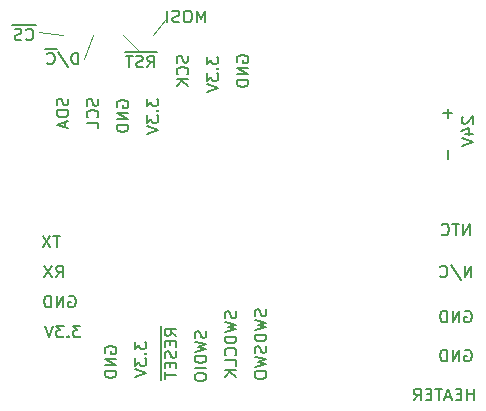
<source format=gbo>
%TF.GenerationSoftware,KiCad,Pcbnew,5.99.0-unknown-43a4cf795~104~ubuntu20.04.1*%
%TF.CreationDate,2020-11-14T10:51:03-08:00*%
%TF.ProjectId,T12_Control,5431325f-436f-46e7-9472-6f6c2e6b6963,rev?*%
%TF.SameCoordinates,PXba85060PY68290a0*%
%TF.FileFunction,Legend,Bot*%
%TF.FilePolarity,Positive*%
%FSLAX46Y46*%
G04 Gerber Fmt 4.6, Leading zero omitted, Abs format (unit mm)*
G04 Created by KiCad (PCBNEW 5.99.0-unknown-43a4cf795~104~ubuntu20.04.1) date 2020-11-14 10:51:03*
%MOMM*%
%LPD*%
G01*
G04 APERTURE LIST*
%ADD10C,0.120000*%
%ADD11C,0.150000*%
G04 APERTURE END LIST*
D10*
X6858000Y35306000D02*
X4826000Y35560000D01*
X11938000Y35306000D02*
X13208000Y34036000D01*
X15494000Y36576000D02*
X14478000Y35306000D01*
X9398000Y35306000D02*
X8636000Y33274000D01*
D11*
X13930380Y29924191D02*
X13930380Y29305143D01*
X14311333Y29638477D01*
X14311333Y29495620D01*
X14358952Y29400381D01*
X14406571Y29352762D01*
X14501809Y29305143D01*
X14739904Y29305143D01*
X14835142Y29352762D01*
X14882761Y29400381D01*
X14930380Y29495620D01*
X14930380Y29781334D01*
X14882761Y29876572D01*
X14835142Y29924191D01*
X14835142Y28876572D02*
X14882761Y28828953D01*
X14930380Y28876572D01*
X14882761Y28924191D01*
X14835142Y28876572D01*
X14930380Y28876572D01*
X13930380Y28495620D02*
X13930380Y27876572D01*
X14311333Y28209905D01*
X14311333Y28067048D01*
X14358952Y27971810D01*
X14406571Y27924191D01*
X14501809Y27876572D01*
X14739904Y27876572D01*
X14835142Y27924191D01*
X14882761Y27971810D01*
X14930380Y28067048D01*
X14930380Y28352762D01*
X14882761Y28448000D01*
X14835142Y28495620D01*
X13930380Y27590858D02*
X14930380Y27257524D01*
X13930380Y26924191D01*
X9802761Y29892477D02*
X9850380Y29749620D01*
X9850380Y29511524D01*
X9802761Y29416286D01*
X9755142Y29368667D01*
X9659904Y29321048D01*
X9564666Y29321048D01*
X9469428Y29368667D01*
X9421809Y29416286D01*
X9374190Y29511524D01*
X9326571Y29702000D01*
X9278952Y29797239D01*
X9231333Y29844858D01*
X9136095Y29892477D01*
X9040857Y29892477D01*
X8945619Y29844858D01*
X8898000Y29797239D01*
X8850380Y29702000D01*
X8850380Y29463905D01*
X8898000Y29321048D01*
X9755142Y28321048D02*
X9802761Y28368667D01*
X9850380Y28511524D01*
X9850380Y28606762D01*
X9802761Y28749620D01*
X9707523Y28844858D01*
X9612285Y28892477D01*
X9421809Y28940096D01*
X9278952Y28940096D01*
X9088476Y28892477D01*
X8993238Y28844858D01*
X8898000Y28749620D01*
X8850380Y28606762D01*
X8850380Y28511524D01*
X8898000Y28368667D01*
X8945619Y28321048D01*
X9850380Y27416286D02*
X9850380Y27892477D01*
X8850380Y27892477D01*
X41616000Y4373620D02*
X41616000Y5373620D01*
X41616000Y4897429D02*
X41044571Y4897429D01*
X41044571Y4373620D02*
X41044571Y5373620D01*
X40568380Y4897429D02*
X40235047Y4897429D01*
X40092190Y4373620D02*
X40568380Y4373620D01*
X40568380Y5373620D01*
X40092190Y5373620D01*
X39711238Y4659334D02*
X39235047Y4659334D01*
X39806476Y4373620D02*
X39473142Y5373620D01*
X39139809Y4373620D01*
X38949333Y5373620D02*
X38377904Y5373620D01*
X38663619Y4373620D02*
X38663619Y5373620D01*
X38044571Y4897429D02*
X37711238Y4897429D01*
X37568380Y4373620D02*
X38044571Y4373620D01*
X38044571Y5373620D01*
X37568380Y5373620D01*
X36568380Y4373620D02*
X36901714Y4849810D01*
X37139809Y4373620D02*
X37139809Y5373620D01*
X36758857Y5373620D01*
X36663619Y5326000D01*
X36616000Y5278381D01*
X36568380Y5183143D01*
X36568380Y5040286D01*
X36616000Y4945048D01*
X36663619Y4897429D01*
X36758857Y4849810D01*
X37139809Y4849810D01*
X18946761Y10247048D02*
X18994380Y10104191D01*
X18994380Y9866096D01*
X18946761Y9770858D01*
X18899142Y9723239D01*
X18803904Y9675620D01*
X18708666Y9675620D01*
X18613428Y9723239D01*
X18565809Y9770858D01*
X18518190Y9866096D01*
X18470571Y10056572D01*
X18422952Y10151810D01*
X18375333Y10199429D01*
X18280095Y10247048D01*
X18184857Y10247048D01*
X18089619Y10199429D01*
X18042000Y10151810D01*
X17994380Y10056572D01*
X17994380Y9818477D01*
X18042000Y9675620D01*
X17994380Y9342286D02*
X18994380Y9104191D01*
X18280095Y8913715D01*
X18994380Y8723239D01*
X17994380Y8485143D01*
X18994380Y8104191D02*
X17994380Y8104191D01*
X17994380Y7866096D01*
X18042000Y7723239D01*
X18137238Y7628000D01*
X18232476Y7580381D01*
X18422952Y7532762D01*
X18565809Y7532762D01*
X18756285Y7580381D01*
X18851523Y7628000D01*
X18946761Y7723239D01*
X18994380Y7866096D01*
X18994380Y8104191D01*
X18994380Y7104191D02*
X17994380Y7104191D01*
X17994380Y6437524D02*
X17994380Y6247048D01*
X18042000Y6151810D01*
X18137238Y6056572D01*
X18327714Y6008953D01*
X18661047Y6008953D01*
X18851523Y6056572D01*
X18946761Y6151810D01*
X18994380Y6247048D01*
X18994380Y6437524D01*
X18946761Y6532762D01*
X18851523Y6628000D01*
X18661047Y6675620D01*
X18327714Y6675620D01*
X18137238Y6628000D01*
X18042000Y6532762D01*
X17994380Y6437524D01*
X21486761Y11905905D02*
X21534380Y11763048D01*
X21534380Y11524953D01*
X21486761Y11429715D01*
X21439142Y11382096D01*
X21343904Y11334477D01*
X21248666Y11334477D01*
X21153428Y11382096D01*
X21105809Y11429715D01*
X21058190Y11524953D01*
X21010571Y11715429D01*
X20962952Y11810667D01*
X20915333Y11858286D01*
X20820095Y11905905D01*
X20724857Y11905905D01*
X20629619Y11858286D01*
X20582000Y11810667D01*
X20534380Y11715429D01*
X20534380Y11477334D01*
X20582000Y11334477D01*
X20534380Y11001143D02*
X21534380Y10763048D01*
X20820095Y10572572D01*
X21534380Y10382096D01*
X20534380Y10144000D01*
X21534380Y9763048D02*
X20534380Y9763048D01*
X20534380Y9524953D01*
X20582000Y9382096D01*
X20677238Y9286858D01*
X20772476Y9239239D01*
X20962952Y9191620D01*
X21105809Y9191620D01*
X21296285Y9239239D01*
X21391523Y9286858D01*
X21486761Y9382096D01*
X21534380Y9524953D01*
X21534380Y9763048D01*
X21439142Y8191620D02*
X21486761Y8239239D01*
X21534380Y8382096D01*
X21534380Y8477334D01*
X21486761Y8620191D01*
X21391523Y8715429D01*
X21296285Y8763048D01*
X21105809Y8810667D01*
X20962952Y8810667D01*
X20772476Y8763048D01*
X20677238Y8715429D01*
X20582000Y8620191D01*
X20534380Y8477334D01*
X20534380Y8382096D01*
X20582000Y8239239D01*
X20629619Y8191620D01*
X21534380Y7286858D02*
X21534380Y7763048D01*
X20534380Y7763048D01*
X21534380Y6953524D02*
X20534380Y6953524D01*
X21534380Y6382096D02*
X20962952Y6810667D01*
X20534380Y6382096D02*
X21105809Y6953524D01*
X41298666Y18343620D02*
X41298666Y19343620D01*
X40727238Y18343620D01*
X40727238Y19343620D01*
X40393904Y19343620D02*
X39822476Y19343620D01*
X40108190Y18343620D02*
X40108190Y19343620D01*
X38917714Y18438858D02*
X38965333Y18391239D01*
X39108190Y18343620D01*
X39203428Y18343620D01*
X39346285Y18391239D01*
X39441523Y18486477D01*
X39489142Y18581715D01*
X39536761Y18772191D01*
X39536761Y18915048D01*
X39489142Y19105524D01*
X39441523Y19200762D01*
X39346285Y19296000D01*
X39203428Y19343620D01*
X39108190Y19343620D01*
X38965333Y19296000D01*
X38917714Y19248381D01*
X15172000Y10643905D02*
X15172000Y9643905D01*
X16454380Y9834381D02*
X15978190Y10167715D01*
X16454380Y10405810D02*
X15454380Y10405810D01*
X15454380Y10024858D01*
X15502000Y9929620D01*
X15549619Y9882000D01*
X15644857Y9834381D01*
X15787714Y9834381D01*
X15882952Y9882000D01*
X15930571Y9929620D01*
X15978190Y10024858D01*
X15978190Y10405810D01*
X15172000Y9643905D02*
X15172000Y8739143D01*
X15930571Y9405810D02*
X15930571Y9072477D01*
X16454380Y8929620D02*
X16454380Y9405810D01*
X15454380Y9405810D01*
X15454380Y8929620D01*
X15172000Y8739143D02*
X15172000Y7786762D01*
X16406761Y8548667D02*
X16454380Y8405810D01*
X16454380Y8167715D01*
X16406761Y8072477D01*
X16359142Y8024858D01*
X16263904Y7977239D01*
X16168666Y7977239D01*
X16073428Y8024858D01*
X16025809Y8072477D01*
X15978190Y8167715D01*
X15930571Y8358191D01*
X15882952Y8453429D01*
X15835333Y8501048D01*
X15740095Y8548667D01*
X15644857Y8548667D01*
X15549619Y8501048D01*
X15502000Y8453429D01*
X15454380Y8358191D01*
X15454380Y8120096D01*
X15502000Y7977239D01*
X15172000Y7786762D02*
X15172000Y6882000D01*
X15930571Y7548667D02*
X15930571Y7215334D01*
X16454380Y7072477D02*
X16454380Y7548667D01*
X15454380Y7548667D01*
X15454380Y7072477D01*
X15172000Y6882000D02*
X15172000Y6120096D01*
X15454380Y6786762D02*
X15454380Y6215334D01*
X16454380Y6501048D02*
X15454380Y6501048D01*
X19010380Y33480191D02*
X19010380Y32861143D01*
X19391333Y33194477D01*
X19391333Y33051620D01*
X19438952Y32956381D01*
X19486571Y32908762D01*
X19581809Y32861143D01*
X19819904Y32861143D01*
X19915142Y32908762D01*
X19962761Y32956381D01*
X20010380Y33051620D01*
X20010380Y33337334D01*
X19962761Y33432572D01*
X19915142Y33480191D01*
X19915142Y32432572D02*
X19962761Y32384953D01*
X20010380Y32432572D01*
X19962761Y32480191D01*
X19915142Y32432572D01*
X20010380Y32432572D01*
X19010380Y32051620D02*
X19010380Y31432572D01*
X19391333Y31765905D01*
X19391333Y31623048D01*
X19438952Y31527810D01*
X19486571Y31480191D01*
X19581809Y31432572D01*
X19819904Y31432572D01*
X19915142Y31480191D01*
X19962761Y31527810D01*
X20010380Y31623048D01*
X20010380Y31908762D01*
X19962761Y32004000D01*
X19915142Y32051620D01*
X19010380Y31146858D02*
X20010380Y30813524D01*
X19010380Y30480191D01*
X7262761Y29916286D02*
X7310380Y29773429D01*
X7310380Y29535334D01*
X7262761Y29440096D01*
X7215142Y29392477D01*
X7119904Y29344858D01*
X7024666Y29344858D01*
X6929428Y29392477D01*
X6881809Y29440096D01*
X6834190Y29535334D01*
X6786571Y29725810D01*
X6738952Y29821048D01*
X6691333Y29868667D01*
X6596095Y29916286D01*
X6500857Y29916286D01*
X6405619Y29868667D01*
X6358000Y29821048D01*
X6310380Y29725810D01*
X6310380Y29487715D01*
X6358000Y29344858D01*
X7310380Y28916286D02*
X6310380Y28916286D01*
X6310380Y28678191D01*
X6358000Y28535334D01*
X6453238Y28440096D01*
X6548476Y28392477D01*
X6738952Y28344858D01*
X6881809Y28344858D01*
X7072285Y28392477D01*
X7167523Y28440096D01*
X7262761Y28535334D01*
X7310380Y28678191D01*
X7310380Y28916286D01*
X7024666Y27963905D02*
X7024666Y27487715D01*
X7310380Y28059143D02*
X6310380Y27725810D01*
X7310380Y27392477D01*
X18843428Y36377620D02*
X18843428Y37377620D01*
X18510095Y36663334D01*
X18176761Y37377620D01*
X18176761Y36377620D01*
X17510095Y37377620D02*
X17319619Y37377620D01*
X17224380Y37330000D01*
X17129142Y37234762D01*
X17081523Y37044286D01*
X17081523Y36710953D01*
X17129142Y36520477D01*
X17224380Y36425239D01*
X17319619Y36377620D01*
X17510095Y36377620D01*
X17605333Y36425239D01*
X17700571Y36520477D01*
X17748190Y36710953D01*
X17748190Y37044286D01*
X17700571Y37234762D01*
X17605333Y37330000D01*
X17510095Y37377620D01*
X16700571Y36425239D02*
X16557714Y36377620D01*
X16319619Y36377620D01*
X16224380Y36425239D01*
X16176761Y36472858D01*
X16129142Y36568096D01*
X16129142Y36663334D01*
X16176761Y36758572D01*
X16224380Y36806191D01*
X16319619Y36853810D01*
X16510095Y36901429D01*
X16605333Y36949048D01*
X16652952Y36996667D01*
X16700571Y37091905D01*
X16700571Y37187143D01*
X16652952Y37282381D01*
X16605333Y37330000D01*
X16510095Y37377620D01*
X16272000Y37377620D01*
X16129142Y37330000D01*
X15700571Y36377620D02*
X15700571Y37377620D01*
X7365904Y13200000D02*
X7461142Y13247620D01*
X7604000Y13247620D01*
X7746857Y13200000D01*
X7842095Y13104762D01*
X7889714Y13009524D01*
X7937333Y12819048D01*
X7937333Y12676191D01*
X7889714Y12485715D01*
X7842095Y12390477D01*
X7746857Y12295239D01*
X7604000Y12247620D01*
X7508761Y12247620D01*
X7365904Y12295239D01*
X7318285Y12342858D01*
X7318285Y12676191D01*
X7508761Y12676191D01*
X6889714Y12247620D02*
X6889714Y13247620D01*
X6318285Y12247620D01*
X6318285Y13247620D01*
X5842095Y12247620D02*
X5842095Y13247620D01*
X5604000Y13247620D01*
X5461142Y13200000D01*
X5365904Y13104762D01*
X5318285Y13009524D01*
X5270666Y12819048D01*
X5270666Y12676191D01*
X5318285Y12485715D01*
X5365904Y12390477D01*
X5461142Y12295239D01*
X5604000Y12247620D01*
X5842095Y12247620D01*
X6603904Y18327620D02*
X6032476Y18327620D01*
X6318190Y17327620D02*
X6318190Y18327620D01*
X5794380Y18327620D02*
X5127714Y17327620D01*
X5127714Y18327620D02*
X5794380Y17327620D01*
X8143714Y32821620D02*
X8143714Y33821620D01*
X7905619Y33821620D01*
X7762761Y33774000D01*
X7667523Y33678762D01*
X7619904Y33583524D01*
X7572285Y33393048D01*
X7572285Y33250191D01*
X7619904Y33059715D01*
X7667523Y32964477D01*
X7762761Y32869239D01*
X7905619Y32821620D01*
X8143714Y32821620D01*
X6429428Y33869239D02*
X7286571Y32583524D01*
X6334190Y34104000D02*
X5334190Y34104000D01*
X5524666Y32916858D02*
X5572285Y32869239D01*
X5715142Y32821620D01*
X5810380Y32821620D01*
X5953238Y32869239D01*
X6048476Y32964477D01*
X6096095Y33059715D01*
X6143714Y33250191D01*
X6143714Y33393048D01*
X6096095Y33583524D01*
X6048476Y33678762D01*
X5953238Y33774000D01*
X5810380Y33821620D01*
X5715142Y33821620D01*
X5572285Y33774000D01*
X5524666Y33726381D01*
X10422000Y8381905D02*
X10374380Y8477143D01*
X10374380Y8620000D01*
X10422000Y8762858D01*
X10517238Y8858096D01*
X10612476Y8905715D01*
X10802952Y8953334D01*
X10945809Y8953334D01*
X11136285Y8905715D01*
X11231523Y8858096D01*
X11326761Y8762858D01*
X11374380Y8620000D01*
X11374380Y8524762D01*
X11326761Y8381905D01*
X11279142Y8334286D01*
X10945809Y8334286D01*
X10945809Y8524762D01*
X11374380Y7905715D02*
X10374380Y7905715D01*
X11374380Y7334286D01*
X10374380Y7334286D01*
X11374380Y6858096D02*
X10374380Y6858096D01*
X10374380Y6620000D01*
X10422000Y6477143D01*
X10517238Y6381905D01*
X10612476Y6334286D01*
X10802952Y6286667D01*
X10945809Y6286667D01*
X11136285Y6334286D01*
X11231523Y6381905D01*
X11326761Y6477143D01*
X11374380Y6620000D01*
X11374380Y6858096D01*
X6262666Y14787620D02*
X6596000Y15263810D01*
X6834095Y14787620D02*
X6834095Y15787620D01*
X6453142Y15787620D01*
X6357904Y15740000D01*
X6310285Y15692381D01*
X6262666Y15597143D01*
X6262666Y15454286D01*
X6310285Y15359048D01*
X6357904Y15311429D01*
X6453142Y15263810D01*
X6834095Y15263810D01*
X5929333Y15787620D02*
X5262666Y14787620D01*
X5262666Y15787620D02*
X5929333Y14787620D01*
X40695619Y28368477D02*
X40648000Y28320858D01*
X40600380Y28225620D01*
X40600380Y27987524D01*
X40648000Y27892286D01*
X40695619Y27844667D01*
X40790857Y27797048D01*
X40886095Y27797048D01*
X41028952Y27844667D01*
X41600380Y28416096D01*
X41600380Y27797048D01*
X40933714Y26939905D02*
X41600380Y26939905D01*
X40552761Y27178000D02*
X41267047Y27416096D01*
X41267047Y26797048D01*
X40600380Y26558953D02*
X41600380Y26225620D01*
X40600380Y25892286D01*
X17422761Y33543715D02*
X17470380Y33400858D01*
X17470380Y33162762D01*
X17422761Y33067524D01*
X17375142Y33019905D01*
X17279904Y32972286D01*
X17184666Y32972286D01*
X17089428Y33019905D01*
X17041809Y33067524D01*
X16994190Y33162762D01*
X16946571Y33353239D01*
X16898952Y33448477D01*
X16851333Y33496096D01*
X16756095Y33543715D01*
X16660857Y33543715D01*
X16565619Y33496096D01*
X16518000Y33448477D01*
X16470380Y33353239D01*
X16470380Y33115143D01*
X16518000Y32972286D01*
X17375142Y31972286D02*
X17422761Y32019905D01*
X17470380Y32162762D01*
X17470380Y32258000D01*
X17422761Y32400858D01*
X17327523Y32496096D01*
X17232285Y32543715D01*
X17041809Y32591334D01*
X16898952Y32591334D01*
X16708476Y32543715D01*
X16613238Y32496096D01*
X16518000Y32400858D01*
X16470380Y32258000D01*
X16470380Y32162762D01*
X16518000Y32019905D01*
X16565619Y31972286D01*
X17470380Y31543715D02*
X16470380Y31543715D01*
X17470380Y30972286D02*
X16898952Y31400858D01*
X16470380Y30972286D02*
X17041809Y31543715D01*
X41441523Y14787620D02*
X41441523Y15787620D01*
X40870095Y14787620D01*
X40870095Y15787620D01*
X39679619Y15835239D02*
X40536761Y14549524D01*
X38774857Y14882858D02*
X38822476Y14835239D01*
X38965333Y14787620D01*
X39060571Y14787620D01*
X39203428Y14835239D01*
X39298666Y14930477D01*
X39346285Y15025715D01*
X39393904Y15216191D01*
X39393904Y15359048D01*
X39346285Y15549524D01*
X39298666Y15644762D01*
X39203428Y15740000D01*
X39060571Y15787620D01*
X38965333Y15787620D01*
X38822476Y15740000D01*
X38774857Y15692381D01*
X12914380Y9350191D02*
X12914380Y8731143D01*
X13295333Y9064477D01*
X13295333Y8921620D01*
X13342952Y8826381D01*
X13390571Y8778762D01*
X13485809Y8731143D01*
X13723904Y8731143D01*
X13819142Y8778762D01*
X13866761Y8826381D01*
X13914380Y8921620D01*
X13914380Y9207334D01*
X13866761Y9302572D01*
X13819142Y9350191D01*
X13819142Y8302572D02*
X13866761Y8254953D01*
X13914380Y8302572D01*
X13866761Y8350191D01*
X13819142Y8302572D01*
X13914380Y8302572D01*
X12914380Y7921620D02*
X12914380Y7302572D01*
X13295333Y7635905D01*
X13295333Y7493048D01*
X13342952Y7397810D01*
X13390571Y7350191D01*
X13485809Y7302572D01*
X13723904Y7302572D01*
X13819142Y7350191D01*
X13866761Y7397810D01*
X13914380Y7493048D01*
X13914380Y7778762D01*
X13866761Y7874000D01*
X13819142Y7921620D01*
X12914380Y7016858D02*
X13914380Y6683524D01*
X12914380Y6350191D01*
X8334190Y10707620D02*
X7715142Y10707620D01*
X8048476Y10326667D01*
X7905619Y10326667D01*
X7810380Y10279048D01*
X7762761Y10231429D01*
X7715142Y10136191D01*
X7715142Y9898096D01*
X7762761Y9802858D01*
X7810380Y9755239D01*
X7905619Y9707620D01*
X8191333Y9707620D01*
X8286571Y9755239D01*
X8334190Y9802858D01*
X7286571Y9802858D02*
X7238952Y9755239D01*
X7286571Y9707620D01*
X7334190Y9755239D01*
X7286571Y9802858D01*
X7286571Y9707620D01*
X6905619Y10707620D02*
X6286571Y10707620D01*
X6619904Y10326667D01*
X6477047Y10326667D01*
X6381809Y10279048D01*
X6334190Y10231429D01*
X6286571Y10136191D01*
X6286571Y9898096D01*
X6334190Y9802858D01*
X6381809Y9755239D01*
X6477047Y9707620D01*
X6762761Y9707620D01*
X6858000Y9755239D01*
X6905619Y9802858D01*
X6000857Y10707620D02*
X5667523Y9707620D01*
X5334190Y10707620D01*
X14819142Y33850000D02*
X13819142Y33850000D01*
X14009619Y32567620D02*
X14342952Y33043810D01*
X14581047Y32567620D02*
X14581047Y33567620D01*
X14200095Y33567620D01*
X14104857Y33520000D01*
X14057238Y33472381D01*
X14009619Y33377143D01*
X14009619Y33234286D01*
X14057238Y33139048D01*
X14104857Y33091429D01*
X14200095Y33043810D01*
X14581047Y33043810D01*
X13819142Y33850000D02*
X12866761Y33850000D01*
X13628666Y32615239D02*
X13485809Y32567620D01*
X13247714Y32567620D01*
X13152476Y32615239D01*
X13104857Y32662858D01*
X13057238Y32758096D01*
X13057238Y32853334D01*
X13104857Y32948572D01*
X13152476Y32996191D01*
X13247714Y33043810D01*
X13438190Y33091429D01*
X13533428Y33139048D01*
X13581047Y33186667D01*
X13628666Y33281905D01*
X13628666Y33377143D01*
X13581047Y33472381D01*
X13533428Y33520000D01*
X13438190Y33567620D01*
X13200095Y33567620D01*
X13057238Y33520000D01*
X12866761Y33850000D02*
X12104857Y33850000D01*
X12771523Y33567620D02*
X12200095Y33567620D01*
X12485809Y32567620D02*
X12485809Y33567620D01*
X39441428Y29066858D02*
X39441428Y28304953D01*
X39822380Y28685905D02*
X39060476Y28685905D01*
X39441428Y25543048D02*
X39441428Y24781143D01*
X21598000Y33019905D02*
X21550380Y33115143D01*
X21550380Y33258000D01*
X21598000Y33400858D01*
X21693238Y33496096D01*
X21788476Y33543715D01*
X21978952Y33591334D01*
X22121809Y33591334D01*
X22312285Y33543715D01*
X22407523Y33496096D01*
X22502761Y33400858D01*
X22550380Y33258000D01*
X22550380Y33162762D01*
X22502761Y33019905D01*
X22455142Y32972286D01*
X22121809Y32972286D01*
X22121809Y33162762D01*
X22550380Y32543715D02*
X21550380Y32543715D01*
X22550380Y31972286D01*
X21550380Y31972286D01*
X22550380Y31496096D02*
X21550380Y31496096D01*
X21550380Y31258000D01*
X21598000Y31115143D01*
X21693238Y31019905D01*
X21788476Y30972286D01*
X21978952Y30924667D01*
X22121809Y30924667D01*
X22312285Y30972286D01*
X22407523Y31019905D01*
X22502761Y31115143D01*
X22550380Y31258000D01*
X22550380Y31496096D01*
X11438000Y29209905D02*
X11390380Y29305143D01*
X11390380Y29448000D01*
X11438000Y29590858D01*
X11533238Y29686096D01*
X11628476Y29733715D01*
X11818952Y29781334D01*
X11961809Y29781334D01*
X12152285Y29733715D01*
X12247523Y29686096D01*
X12342761Y29590858D01*
X12390380Y29448000D01*
X12390380Y29352762D01*
X12342761Y29209905D01*
X12295142Y29162286D01*
X11961809Y29162286D01*
X11961809Y29352762D01*
X12390380Y28733715D02*
X11390380Y28733715D01*
X12390380Y28162286D01*
X11390380Y28162286D01*
X12390380Y27686096D02*
X11390380Y27686096D01*
X11390380Y27448000D01*
X11438000Y27305143D01*
X11533238Y27209905D01*
X11628476Y27162286D01*
X11818952Y27114667D01*
X11961809Y27114667D01*
X12152285Y27162286D01*
X12247523Y27209905D01*
X12342761Y27305143D01*
X12390380Y27448000D01*
X12390380Y27686096D01*
X24026761Y12072572D02*
X24074380Y11929715D01*
X24074380Y11691620D01*
X24026761Y11596381D01*
X23979142Y11548762D01*
X23883904Y11501143D01*
X23788666Y11501143D01*
X23693428Y11548762D01*
X23645809Y11596381D01*
X23598190Y11691620D01*
X23550571Y11882096D01*
X23502952Y11977334D01*
X23455333Y12024953D01*
X23360095Y12072572D01*
X23264857Y12072572D01*
X23169619Y12024953D01*
X23122000Y11977334D01*
X23074380Y11882096D01*
X23074380Y11644000D01*
X23122000Y11501143D01*
X23074380Y11167810D02*
X24074380Y10929715D01*
X23360095Y10739239D01*
X24074380Y10548762D01*
X23074380Y10310667D01*
X24074380Y9929715D02*
X23074380Y9929715D01*
X23074380Y9691620D01*
X23122000Y9548762D01*
X23217238Y9453524D01*
X23312476Y9405905D01*
X23502952Y9358286D01*
X23645809Y9358286D01*
X23836285Y9405905D01*
X23931523Y9453524D01*
X24026761Y9548762D01*
X24074380Y9691620D01*
X24074380Y9929715D01*
X24026761Y8977334D02*
X24074380Y8834477D01*
X24074380Y8596381D01*
X24026761Y8501143D01*
X23979142Y8453524D01*
X23883904Y8405905D01*
X23788666Y8405905D01*
X23693428Y8453524D01*
X23645809Y8501143D01*
X23598190Y8596381D01*
X23550571Y8786858D01*
X23502952Y8882096D01*
X23455333Y8929715D01*
X23360095Y8977334D01*
X23264857Y8977334D01*
X23169619Y8929715D01*
X23122000Y8882096D01*
X23074380Y8786858D01*
X23074380Y8548762D01*
X23122000Y8405905D01*
X23074380Y8072572D02*
X24074380Y7834477D01*
X23360095Y7644000D01*
X24074380Y7453524D01*
X23074380Y7215429D01*
X23074380Y6644000D02*
X23074380Y6453524D01*
X23122000Y6358286D01*
X23217238Y6263048D01*
X23407714Y6215429D01*
X23741047Y6215429D01*
X23931523Y6263048D01*
X24026761Y6358286D01*
X24074380Y6453524D01*
X24074380Y6644000D01*
X24026761Y6739239D01*
X23931523Y6834477D01*
X23741047Y6882096D01*
X23407714Y6882096D01*
X23217238Y6834477D01*
X23122000Y6739239D01*
X23074380Y6644000D01*
X4532190Y36136000D02*
X3532190Y36136000D01*
X3722666Y34948858D02*
X3770285Y34901239D01*
X3913142Y34853620D01*
X4008380Y34853620D01*
X4151238Y34901239D01*
X4246476Y34996477D01*
X4294095Y35091715D01*
X4341714Y35282191D01*
X4341714Y35425048D01*
X4294095Y35615524D01*
X4246476Y35710762D01*
X4151238Y35806000D01*
X4008380Y35853620D01*
X3913142Y35853620D01*
X3770285Y35806000D01*
X3722666Y35758381D01*
X3532190Y36136000D02*
X2579809Y36136000D01*
X3341714Y34901239D02*
X3198857Y34853620D01*
X2960761Y34853620D01*
X2865523Y34901239D01*
X2817904Y34948858D01*
X2770285Y35044096D01*
X2770285Y35139334D01*
X2817904Y35234572D01*
X2865523Y35282191D01*
X2960761Y35329810D01*
X3151238Y35377429D01*
X3246476Y35425048D01*
X3294095Y35472667D01*
X3341714Y35567905D01*
X3341714Y35663143D01*
X3294095Y35758381D01*
X3246476Y35806000D01*
X3151238Y35853620D01*
X2913142Y35853620D01*
X2770285Y35806000D01*
X40893904Y8628000D02*
X40989142Y8675620D01*
X41132000Y8675620D01*
X41274857Y8628000D01*
X41370095Y8532762D01*
X41417714Y8437524D01*
X41465333Y8247048D01*
X41465333Y8104191D01*
X41417714Y7913715D01*
X41370095Y7818477D01*
X41274857Y7723239D01*
X41132000Y7675620D01*
X41036761Y7675620D01*
X40893904Y7723239D01*
X40846285Y7770858D01*
X40846285Y8104191D01*
X41036761Y8104191D01*
X40417714Y7675620D02*
X40417714Y8675620D01*
X39846285Y7675620D01*
X39846285Y8675620D01*
X39370095Y7675620D02*
X39370095Y8675620D01*
X39132000Y8675620D01*
X38989142Y8628000D01*
X38893904Y8532762D01*
X38846285Y8437524D01*
X38798666Y8247048D01*
X38798666Y8104191D01*
X38846285Y7913715D01*
X38893904Y7818477D01*
X38989142Y7723239D01*
X39132000Y7675620D01*
X39370095Y7675620D01*
X40893904Y11930000D02*
X40989142Y11977620D01*
X41132000Y11977620D01*
X41274857Y11930000D01*
X41370095Y11834762D01*
X41417714Y11739524D01*
X41465333Y11549048D01*
X41465333Y11406191D01*
X41417714Y11215715D01*
X41370095Y11120477D01*
X41274857Y11025239D01*
X41132000Y10977620D01*
X41036761Y10977620D01*
X40893904Y11025239D01*
X40846285Y11072858D01*
X40846285Y11406191D01*
X41036761Y11406191D01*
X40417714Y10977620D02*
X40417714Y11977620D01*
X39846285Y10977620D01*
X39846285Y11977620D01*
X39370095Y10977620D02*
X39370095Y11977620D01*
X39132000Y11977620D01*
X38989142Y11930000D01*
X38893904Y11834762D01*
X38846285Y11739524D01*
X38798666Y11549048D01*
X38798666Y11406191D01*
X38846285Y11215715D01*
X38893904Y11120477D01*
X38989142Y11025239D01*
X39132000Y10977620D01*
X39370095Y10977620D01*
M02*

</source>
